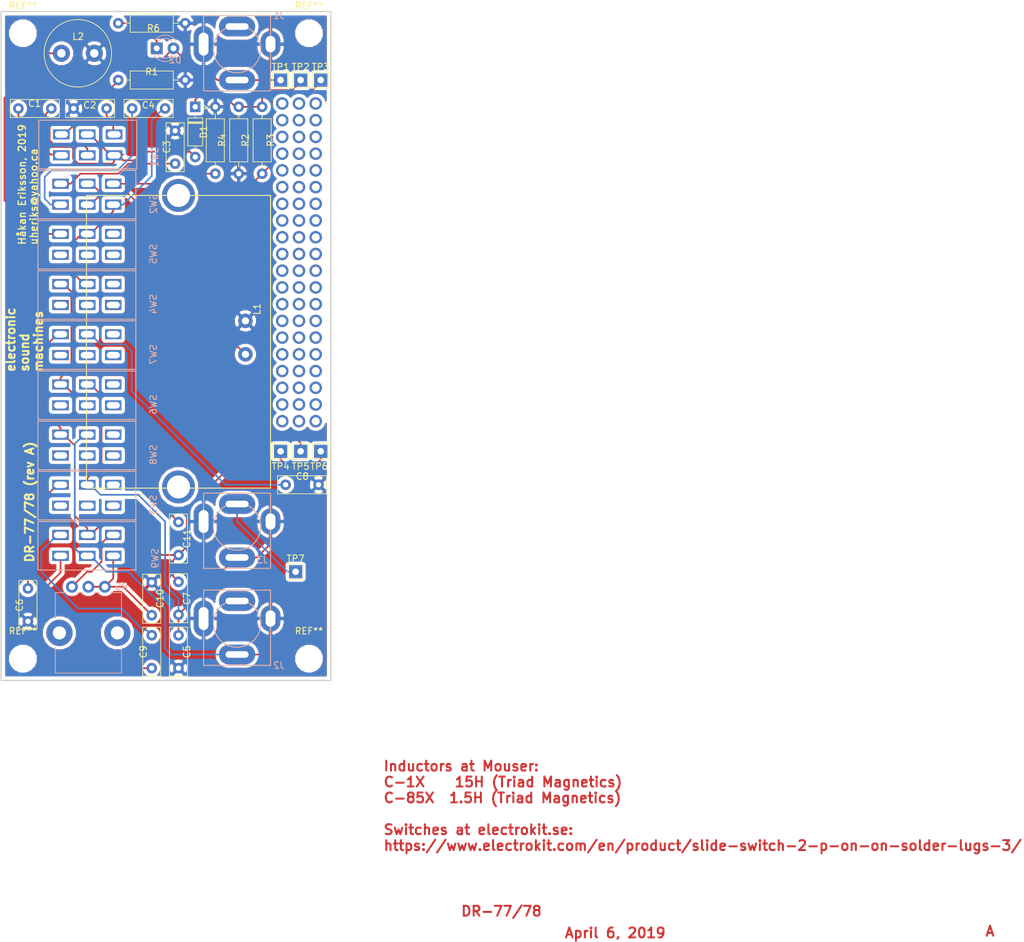
<source format=kicad_pcb>
(kicad_pcb (version 20171130) (host pcbnew "(5.0.0-3-g5ebb6b6)")
  (layers (0 F.Cu signal) (31 B.Cu signal) (34 B.Paste user) (35 F.Paste user) (36 B.SilkS user) (37 F.SilkS user) (38 B.Mask user) (39 F.Mask user) (44 Edge.Cuts user))
  (net 0 "")
  (net 1 "Net-(C1-Pad1)")
  (net 2 GND)
  (net 3 "Net-(C3-Pad1)")
  (net 4 "Net-(C10-Pad1)")
  (net 5 "Net-(D1-Pad1)")
  (net 6 "Net-(C1-Pad2)")
  (net 7 "Net-(C2-Pad1)")
  (net 8 "Net-(C11-Pad1)")
  (net 9 "Net-(C4-Pad2)")
  (net 10 "Net-(C6-Pad1)")
  (net 11 "Net-(C8-Pad1)")
  (net 12 "Net-(C9-Pad1)")
  (net 13 "Net-(C9-Pad2)")
  (net 14 "Net-(D2-Pad1)")
  (net 15 "Net-(J2-Pad3)")
  (net 16 "Net-(L1-Pad1)")
  (net 17 "Net-(L2-Pad1)")
  (net 18 "Net-(R1-Pad1)")
  (net 19 "Net-(R3-Pad1)")
  (net 20 "Net-(R4-Pad1)")
  (net 21 "Net-(C4-Pad1)")
  (net 22 "Net-(C11-Pad2)")
  (net 23 "Net-(D2-Pad2)")
  (net 24 "Net-(J3-Pad2)")
  (net 25 "Net-(R5-Pad3)")
  (module Resistor_THT:R_Axial_DIN0207_L6.3mm_D2.5mm_P10.16mm_Horizontal (layer F.Cu) (at 139.7 54.864)
    (fp_text reference R6 (at 5.334 0.762) (layer F.SilkS))
    (fp_text value " ")
    (pad 1 thru_hole circle (at 0 0) (size 1.6 1.6) (drill 0.8) (layers *.Cu *.Mask) (net 14 "Net-(D2-Pad1)"))
    (pad 2 thru_hole oval (at 10.16 0) (size 1.6 1.6) (drill 0.8) (layers *.Cu *.Mask) (net 2 GND))
  )
  (module LED_THT:LED_D3.0mm (layer B.Cu) (at 145.542 58.674)
    (fp_text reference D2 (at 2.794 1.778) (layer B.SilkS) (effects (justify mirror)))
    (fp_text value LED_ALT)
    (pad 1 thru_hole rect (at 0 0) (size 1.8 1.8) (drill 0.9) (layers *.Cu *.Mask) (net 14 "Net-(D2-Pad1)"))
    (pad 2 thru_hole circle (at 2.54 0) (size 1.8 1.8) (drill 0.9) (layers *.Cu *.Mask) (net 23 "Net-(D2-Pad2)"))
  )
  (module kicadlib:mod_area_10x03 (layer F.Cu) (at 164.592 92.456)
    (fp_text reference REF** hide)
    (fp_text value "")
    (pad 1 thru_hole circle (at 5.08 22.86) (size 1.9 1.9) (drill 1.2) (layers *.Cu *.Mask))
    (pad 1 thru_hole circle (at 5.08 20.32) (size 1.9 1.9) (drill 1.2) (layers *.Cu *.Mask))
    (pad 1 thru_hole circle (at 5.08 17.78) (size 1.9 1.9) (drill 1.2) (layers *.Cu *.Mask))
    (pad 1 thru_hole circle (at 5.08 15.24) (size 1.9 1.9) (drill 1.2) (layers *.Cu *.Mask))
    (pad 1 thru_hole circle (at 5.08 12.7) (size 1.9 1.9) (drill 1.2) (layers *.Cu *.Mask))
    (pad 1 thru_hole circle (at 5.08 10.16) (size 1.9 1.9) (drill 1.2) (layers *.Cu *.Mask))
    (pad 1 thru_hole circle (at 5.08 7.62) (size 1.9 1.9) (drill 1.2) (layers *.Cu *.Mask))
    (pad 1 thru_hole circle (at 5.08 5.08) (size 1.9 1.9) (drill 1.2) (layers *.Cu *.Mask))
    (pad 1 thru_hole circle (at 5.08 2.54) (size 1.9 1.9) (drill 1.2) (layers *.Cu *.Mask))
    (pad 1 thru_hole circle (at 5.08 0) (size 1.9 1.9) (drill 1.2) (layers *.Cu *.Mask))
    (pad 1 thru_hole circle (at 2.54 0) (size 1.9 1.9) (drill 1.2) (layers *.Cu *.Mask))
    (pad 1 thru_hole circle (at 2.54 2.54) (size 1.9 1.9) (drill 1.2) (layers *.Cu *.Mask))
    (pad 1 thru_hole circle (at 2.54 5.08) (size 1.9 1.9) (drill 1.2) (layers *.Cu *.Mask))
    (pad 1 thru_hole circle (at 2.54 7.62) (size 1.9 1.9) (drill 1.2) (layers *.Cu *.Mask))
    (pad 1 thru_hole circle (at 2.54 10.16) (size 1.9 1.9) (drill 1.2) (layers *.Cu *.Mask))
    (pad 1 thru_hole circle (at 2.54 12.7) (size 1.9 1.9) (drill 1.2) (layers *.Cu *.Mask))
    (pad 1 thru_hole circle (at 2.54 15.24) (size 1.9 1.9) (drill 1.2) (layers *.Cu *.Mask))
    (pad 1 thru_hole circle (at 2.54 17.78) (size 1.9 1.9) (drill 1.2) (layers *.Cu *.Mask))
    (pad 1 thru_hole circle (at 2.54 20.32) (size 1.9 1.9) (drill 1.2) (layers *.Cu *.Mask))
    (pad 1 thru_hole circle (at 2.54 22.86) (size 1.9 1.9) (drill 1.2) (layers *.Cu *.Mask))
    (pad 1 thru_hole circle (at 0 22.86) (size 1.9 1.9) (drill 1.2) (layers *.Cu *.Mask))
    (pad 1 thru_hole circle (at 0 20.32) (size 1.9 1.9) (drill 1.2) (layers *.Cu *.Mask))
    (pad 1 thru_hole circle (at 0 17.78) (size 1.9 1.9) (drill 1.2) (layers *.Cu *.Mask))
    (pad 1 thru_hole circle (at 0 15.24) (size 1.9 1.9) (drill 1.2) (layers *.Cu *.Mask))
    (pad 1 thru_hole circle (at 0 12.7) (size 1.9 1.9) (drill 1.2) (layers *.Cu *.Mask))
    (pad 1 thru_hole circle (at 0 10.16) (size 1.9 1.9) (drill 1.2) (layers *.Cu *.Mask))
    (pad 1 thru_hole circle (at 0 7.62) (size 1.9 1.9) (drill 1.2) (layers *.Cu *.Mask))
    (pad 1 thru_hole circle (at 0 5.08) (size 1.9 1.9) (drill 1.2) (layers *.Cu *.Mask))
    (pad 1 thru_hole circle (at 0 2.54) (size 1.9 1.9) (drill 1.2) (layers *.Cu *.Mask))
    (pad 1 thru_hole circle (at 0 0) (size 1.9 1.9) (drill 1.2) (layers *.Cu *.Mask))
  )
  (module MountingHole:MountingHole_3.2mm_M3 (layer F.Cu) (at 125.222 56.388)
    (fp_text reference REF** (at 0 -4.2) (layer F.SilkS))
    (fp_text value " ")
    (pad 1 np_thru_hole circle (at 0 0) (size 3.2 3.2) (drill 3.2) (layers *.Cu *.Mask))
  )
  (module MountingHole:MountingHole_3.2mm_M3 (layer F.Cu) (at 168.656 56.388)
    (fp_text reference REF** (at 0 -4.2) (layer F.SilkS))
    (fp_text value " ")
    (pad 1 np_thru_hole circle (at 0 0) (size 3.2 3.2) (drill 3.2) (layers *.Cu *.Mask))
  )
  (module MountingHole:MountingHole_3.2mm_M3 (layer F.Cu) (at 168.656 151.384)
    (fp_text reference REF** (at 0 -4.2) (layer F.SilkS))
    (fp_text value " ")
    (pad 1 np_thru_hole circle (at 0 0) (size 3.2 3.2) (drill 3.2) (layers *.Cu *.Mask))
  )
  (module Capacitor_THT:C_Rect_L7.2mm_W2.5mm_P5.00mm_FKS2_FKP2_MKS2_MKP2 (layer F.Cu) (at 148.336 76.2 90)
    (fp_text reference C3 (at 2.54 -1.27 90) (layer F.SilkS))
    (fp_text value " ")
    (pad 2 thru_hole circle (at 5 0 90) (size 1.6 1.6) (drill 0.8) (layers *.Cu *.Mask) (net 2 GND))
    (pad 1 thru_hole circle (at 0 0 90) (size 1.6 1.6) (drill 0.8) (layers *.Cu *.Mask) (net 3 "Net-(C3-Pad1)"))
  )
  (module Capacitor_THT:C_Rect_L7.2mm_W2.5mm_P5.00mm_FKS2_FKP2_MKS2_MKP2 (layer F.Cu) (at 129.54 67.818 180)
    (fp_text reference C1 (at 2.54 0.762 180) (layer F.SilkS))
    (fp_text value " ")
    (pad 2 thru_hole circle (at 5 0 180) (size 1.6 1.6) (drill 0.8) (layers *.Cu *.Mask) (net 6 "Net-(C1-Pad2)"))
    (pad 1 thru_hole circle (at 0 0 180) (size 1.6 1.6) (drill 0.8) (layers *.Cu *.Mask) (net 1 "Net-(C1-Pad1)"))
  )
  (module Capacitor_THT:C_Rect_L7.2mm_W2.5mm_P5.00mm_FKS2_FKP2_MKS2_MKP2 (layer F.Cu) (at 137.922 67.818 180)
    (fp_text reference C2 (at 2.54 0.508 180) (layer F.SilkS))
    (fp_text value " ")
    (pad 1 thru_hole circle (at 0 0 180) (size 1.6 1.6) (drill 0.8) (layers *.Cu *.Mask) (net 7 "Net-(C2-Pad1)"))
    (pad 2 thru_hole circle (at 5 0 180) (size 1.6 1.6) (drill 0.8) (layers *.Cu *.Mask) (net 2 GND))
  )
  (module Capacitor_THT:C_Rect_L7.2mm_W2.5mm_P5.00mm_FKS2_FKP2_MKS2_MKP2 (layer F.Cu) (at 146.812 67.818 180)
    (fp_text reference C4 (at 2.54 0.508 180) (layer F.SilkS))
    (fp_text value " ")
    (pad 1 thru_hole circle (at 0 0 180) (size 1.6 1.6) (drill 0.8) (layers *.Cu *.Mask) (net 21 "Net-(C4-Pad1)"))
    (pad 2 thru_hole circle (at 5 0 180) (size 1.6 1.6) (drill 0.8) (layers *.Cu *.Mask) (net 9 "Net-(C4-Pad2)"))
  )
  (module Capacitor_THT:C_Rect_L7.2mm_W2.5mm_P5.00mm_FKS2_FKP2_MKS2_MKP2 (layer F.Cu) (at 148.844 147.828 270)
    (fp_text reference C5 (at 2.5 -1.27 270) (layer F.SilkS))
    (fp_text value " ")
    (pad 2 thru_hole circle (at 5 0 270) (size 1.6 1.6) (drill 0.8) (layers *.Cu *.Mask) (net 2 GND))
    (pad 1 thru_hole circle (at 0 0 270) (size 1.6 1.6) (drill 0.8) (layers *.Cu *.Mask) (net 21 "Net-(C4-Pad1)"))
  )
  (module Capacitor_THT:C_Rect_L7.2mm_W2.5mm_P5.00mm_FKS2_FKP2_MKS2_MKP2 (layer F.Cu) (at 125.984 140.716 270)
    (fp_text reference C6 (at 2.54 1.27 270) (layer F.SilkS))
    (fp_text value " ")
    (pad 1 thru_hole circle (at 0 0 270) (size 1.6 1.6) (drill 0.8) (layers *.Cu *.Mask) (net 10 "Net-(C6-Pad1)"))
    (pad 2 thru_hole circle (at 5 0 270) (size 1.6 1.6) (drill 0.8) (layers *.Cu *.Mask) (net 2 GND))
  )
  (module Capacitor_THT:C_Rect_L7.2mm_W2.5mm_P5.00mm_FKS2_FKP2_MKS2_MKP2 (layer F.Cu) (at 148.844 139.7 270)
    (fp_text reference C7 (at 2.54 -1.27 270) (layer F.SilkS))
    (fp_text value " ")
    (pad 2 thru_hole circle (at 5 0 270) (size 1.6 1.6) (drill 0.8) (layers *.Cu *.Mask) (net 21 "Net-(C4-Pad1)"))
    (pad 1 thru_hole circle (at 0 0 270) (size 1.6 1.6) (drill 0.8) (layers *.Cu *.Mask) (net 8 "Net-(C11-Pad1)"))
  )
  (module Capacitor_THT:C_Rect_L7.2mm_W2.5mm_P5.00mm_FKS2_FKP2_MKS2_MKP2 (layer F.Cu) (at 165.1 124.968)
    (fp_text reference C8 (at 2.54 -1.27) (layer F.SilkS))
    (fp_text value " ")
    (pad 2 thru_hole circle (at 5 0) (size 1.6 1.6) (drill 0.8) (layers *.Cu *.Mask) (net 2 GND))
    (pad 1 thru_hole circle (at 0 0) (size 1.6 1.6) (drill 0.8) (layers *.Cu *.Mask) (net 11 "Net-(C8-Pad1)"))
  )
  (module Capacitor_THT:C_Rect_L7.2mm_W2.5mm_P5.00mm_FKS2_FKP2_MKS2_MKP2 (layer F.Cu) (at 144.78 147.828 270)
    (fp_text reference C9 (at 2.5 1.27 270) (layer F.SilkS))
    (fp_text value " ")
    (pad 1 thru_hole circle (at 0 0 270) (size 1.6 1.6) (drill 0.8) (layers *.Cu *.Mask) (net 12 "Net-(C9-Pad1)"))
    (pad 2 thru_hole circle (at 5 0 270) (size 1.6 1.6) (drill 0.8) (layers *.Cu *.Mask) (net 13 "Net-(C9-Pad2)"))
  )
  (module Capacitor_THT:C_Rect_L7.2mm_W2.5mm_P5.00mm_FKS2_FKP2_MKS2_MKP2 (layer F.Cu) (at 144.78 144.78 90)
    (fp_text reference C10 (at 2.54 1.27 90) (layer F.SilkS))
    (fp_text value " ")
    (pad 1 thru_hole circle (at 0 0 90) (size 1.6 1.6) (drill 0.8) (layers *.Cu *.Mask) (net 4 "Net-(C10-Pad1)"))
    (pad 2 thru_hole circle (at 5 0 90) (size 1.6 1.6) (drill 0.8) (layers *.Cu *.Mask) (net 2 GND))
  )
  (module Diode_THT:D_DO-35_SOD27_P7.62mm_Horizontal (layer F.Cu) (at 151.384 67.564 270)
    (fp_text reference D1 (at 3.81 -1.27 270) (layer F.SilkS))
    (fp_text value " ")
    (fp_text user K (at 0 -1.8 270) (layer F.SilkS))
    (pad 1 thru_hole rect (at 0 0 270) (size 1.6 1.6) (drill 0.8) (layers *.Cu *.Mask) (net 5 "Net-(D1-Pad1)"))
    (pad 2 thru_hole oval (at 7.62 0 270) (size 1.6 1.6) (drill 0.8) (layers *.Cu *.Mask) (net 1 "Net-(C1-Pad1)"))
  )
  (module kicadlib:CoilC-1X (layer F.Cu) (at 141.224 125.476 90)
    (fp_text reference L1 (at 27.178 19.558 90) (layer F.SilkS))
    (fp_text value " ")
    (pad "" thru_hole circle (at 44.45 7.62 90) (size 5 5) (drill 3.5) (layers *.Cu *.Mask))
    (pad "" thru_hole circle (at 0.1778 7.62 90) (size 5 5) (drill 3.5) (layers *.Cu *.Mask))
    (pad 1 thru_hole circle (at 20.32 17.78 90) (size 2.2 2.2) (drill 1.1) (layers *.Cu *.Mask) (net 16 "Net-(L1-Pad1)"))
    (pad 2 thru_hole circle (at 25.4 17.78 90) (size 2.2 2.2) (drill 1.1) (layers *.Cu *.Mask) (net 2 GND))
  )
  (module kicadlib:PJ301BM (layer B.Cu) (at 152.654 65.151)
    (fp_text reference J1 (at 11.43 -11.43) (layer B.SilkS) (effects (justify mirror)))
    (fp_text value TRIG_IN)
    (pad 1 thru_hole oval (at 0 -7.112) (size 3 5.5) (drill oval 1.5 3.5) (layers *.Cu *.Mask) (net 2 GND))
    (pad 1 thru_hole oval (at 10.16 -7.112) (size 3 4) (drill oval 1.5 2.5) (layers *.Cu *.Mask) (net 2 GND))
    (pad 2 thru_hole oval (at 5.08 -9.779) (size 5.5 3) (drill oval 3.5 1) (layers *.Cu *.Mask))
    (pad 3 thru_hole oval (at 5.08 -1.651) (size 5.5 3) (drill oval 3.5 1) (layers *.Cu *.Mask) (net 23 "Net-(D2-Pad2)"))
  )
  (module kicadlib:PJ301BM (layer B.Cu) (at 152.654 152.4)
    (fp_text reference J2 (at 11.43 0) (layer B.SilkS) (effects (justify mirror)))
    (fp_text value AUDIO_OUT)
    (pad 3 thru_hole oval (at 5.08 -1.651) (size 5.5 3) (drill oval 3.5 1) (layers *.Cu *.Mask) (net 15 "Net-(J2-Pad3)"))
    (pad 2 thru_hole oval (at 5.08 -9.779) (size 5.5 3) (drill oval 3.5 1) (layers *.Cu *.Mask))
    (pad 1 thru_hole oval (at 10.16 -7.112) (size 3 4) (drill oval 1.5 2.5) (layers *.Cu *.Mask) (net 2 GND))
    (pad 1 thru_hole oval (at 0 -7.112) (size 3 5.5) (drill oval 1.5 3.5) (layers *.Cu *.Mask) (net 2 GND))
  )
  (module Resistor_THT:R_Axial_DIN0207_L6.3mm_D2.5mm_P10.16mm_Horizontal (layer F.Cu) (at 139.7 63.5)
    (fp_text reference R1 (at 5.08 -1.27) (layer F.SilkS))
    (fp_text value " ")
    (pad 1 thru_hole circle (at 0 0) (size 1.6 1.6) (drill 0.8) (layers *.Cu *.Mask) (net 18 "Net-(R1-Pad1)"))
    (pad 2 thru_hole oval (at 10.16 0) (size 1.6 1.6) (drill 0.8) (layers *.Cu *.Mask) (net 2 GND))
  )
  (module Resistor_THT:R_Axial_DIN0207_L6.3mm_D2.5mm_P10.16mm_Horizontal (layer F.Cu) (at 157.988 67.564 270)
    (fp_text reference R2 (at 5.08 -1.016 270) (layer F.SilkS))
    (fp_text value " ")
    (pad 2 thru_hole oval (at 10.16 0 270) (size 1.6 1.6) (drill 0.8) (layers *.Cu *.Mask) (net 2 GND))
    (pad 1 thru_hole circle (at 0 0 270) (size 1.6 1.6) (drill 0.8) (layers *.Cu *.Mask) (net 5 "Net-(D1-Pad1)"))
  )
  (module Resistor_THT:R_Axial_DIN0207_L6.3mm_D2.5mm_P10.16mm_Horizontal (layer F.Cu) (at 161.544 77.724 90)
    (fp_text reference R3 (at 5.08 1.27 90) (layer F.SilkS))
    (fp_text value " ")
    (pad 1 thru_hole circle (at 0 0 90) (size 1.6 1.6) (drill 0.8) (layers *.Cu *.Mask) (net 19 "Net-(R3-Pad1)"))
    (pad 2 thru_hole oval (at 10.16 0 90) (size 1.6 1.6) (drill 0.8) (layers *.Cu *.Mask) (net 5 "Net-(D1-Pad1)"))
  )
  (module Resistor_THT:R_Axial_DIN0207_L6.3mm_D2.5mm_P10.16mm_Horizontal (layer F.Cu) (at 154.432 77.724 90)
    (fp_text reference R4 (at 5.08 1.016 90) (layer F.SilkS))
    (fp_text value " ")
    (pad 2 thru_hole oval (at 10.16 0 90) (size 1.6 1.6) (drill 0.8) (layers *.Cu *.Mask) (net 2 GND))
    (pad 1 thru_hole circle (at 0 0 90) (size 1.6 1.6) (drill 0.8) (layers *.Cu *.Mask) (net 20 "Net-(R4-Pad1)"))
  )
  (module Inductor_THT:L_Radial_D10.0mm_P5.00mm_Fastron_07P (layer F.Cu) (at 131.064 59.436)
    (fp_text reference L2 (at 2.54 -2.54) (layer F.SilkS))
    (fp_text value " ")
    (pad 1 thru_hole circle (at 0 0) (size 2.6 2.6) (drill 1.3) (layers *.Cu *.Mask) (net 17 "Net-(L2-Pad1)"))
    (pad 2 thru_hole circle (at 5 0) (size 2.6 2.6) (drill 1.3) (layers *.Cu *.Mask) (net 2 GND))
  )
  (module Capacitor_THT:C_Rect_L7.2mm_W2.5mm_P5.00mm_FKS2_FKP2_MKS2_MKP2 (layer F.Cu) (at 148.844 135.636 90)
    (fp_text reference C11 (at 2.5 1.27 90) (layer F.SilkS))
    (fp_text value " ")
    (pad 1 thru_hole circle (at 0 0 90) (size 1.6 1.6) (drill 0.8) (layers *.Cu *.Mask) (net 8 "Net-(C11-Pad1)"))
    (pad 2 thru_hole circle (at 5 0 90) (size 1.6 1.6) (drill 0.8) (layers *.Cu *.Mask) (net 22 "Net-(C11-Pad2)"))
  )
  (module kicadlib:PJ301BM (layer B.Cu) (at 152.654 137.668)
    (fp_text reference J3 (at 8.89 -1.27) (layer B.SilkS) (effects (justify mirror)))
    (fp_text value EXT_COIL)
    (pad 1 thru_hole oval (at 0 -7.112) (size 3 5.5) (drill oval 1.5 3.5) (layers *.Cu *.Mask) (net 2 GND))
    (pad 1 thru_hole oval (at 10.16 -7.112) (size 3 4) (drill oval 1.5 2.5) (layers *.Cu *.Mask) (net 2 GND))
    (pad 2 thru_hole oval (at 5.08 -9.779) (size 5.5 3) (drill oval 3.5 1) (layers *.Cu *.Mask) (net 24 "Net-(J3-Pad2)"))
    (pad 3 thru_hole oval (at 5.08 -1.651) (size 5.5 3) (drill oval 3.5 1) (layers *.Cu *.Mask) (net 21 "Net-(C4-Pad1)"))
  )
  (module kicadlib:DPDT_PUSH_SW (layer B.Cu) (at 123.444 77.216 270)
    (fp_text reference SW2 (at 5.08 -21.59 270) (layer B.SilkS) (effects (justify mirror)))
    (fp_text value RS/C)
    (pad 5 thru_hole rect (at 5.207 -11.557 270) (size 1.524 2.5) (drill oval 1 2) (layers *.Cu *.Mask) (net 19 "Net-(R3-Pad1)"))
    (pad 4 thru_hole rect (at 5.207 -7.493 270) (size 1.524 2.5) (drill oval 1 2) (layers *.Cu *.Mask) (net 9 "Net-(C4-Pad2)"))
    (pad 6 thru_hole rect (at 5.207 -15.494 270) (size 1.524 2.5) (drill oval 1 2) (layers *.Cu *.Mask) (net 21 "Net-(C4-Pad1)"))
    (pad 1 thru_hole rect (at 2.032 -7.493 270) (size 1.524 2.5) (drill oval 1 2) (layers *.Cu *.Mask) (net 3 "Net-(C3-Pad1)"))
    (pad 3 thru_hole rect (at 2.032 -15.494 270) (size 1.524 2.5) (drill oval 1 2) (layers *.Cu *.Mask) (net 20 "Net-(R4-Pad1)"))
    (pad 2 thru_hole rect (at 2.032 -11.557 270) (size 1.524 2.5) (drill oval 1 2) (layers *.Cu *.Mask) (net 19 "Net-(R3-Pad1)"))
  )
  (module kicadlib:DPDT_AS_SPST_PUSH_SW (layer B.Cu) (at 123.444 122.936 270)
    (fp_text reference SW3 (at 5.08 -21.59 270) (layer B.SilkS) (effects (justify mirror)))
    (fp_text value C6_SEL)
    (pad "" thru_hole rect (at 5.207 -11.557 270) (size 1.524 2.5) (drill oval 1 2) (layers *.Cu *.Mask))
    (pad "" thru_hole rect (at 5.207 -7.493 270) (size 1.524 2.5) (drill oval 1 2) (layers *.Cu *.Mask))
    (pad "" thru_hole rect (at 5.207 -15.494 270) (size 1.524 2.5) (drill oval 1 2) (layers *.Cu *.Mask))
    (pad 1 thru_hole rect (at 2.032 -7.493 270) (size 1.524 2.5) (drill oval 1 2) (layers *.Cu *.Mask) (net 10 "Net-(C6-Pad1)"))
    (pad "" thru_hole rect (at 2.032 -15.494 270) (size 1.524 2.5) (drill oval 1 2) (layers *.Cu *.Mask))
    (pad 2 thru_hole rect (at 2.032 -11.557 270) (size 1.524 2.5) (drill oval 1 2) (layers *.Cu *.Mask) (net 21 "Net-(C4-Pad1)"))
  )
  (module kicadlib:DPDT_AS_SPST_PUSH_SW (layer B.Cu) (at 123.444 92.456 270)
    (fp_text reference SW4 (at 5.08 -21.59 270) (layer B.SilkS) (effects (justify mirror)))
    (fp_text value COIL_1)
    (pad 2 thru_hole rect (at 2.032 -11.557 270) (size 1.524 2.5) (drill oval 1 2) (layers *.Cu *.Mask) (net 21 "Net-(C4-Pad1)"))
    (pad "" thru_hole rect (at 2.032 -15.494 270) (size 1.524 2.5) (drill oval 1 2) (layers *.Cu *.Mask))
    (pad 1 thru_hole rect (at 2.032 -7.493 270) (size 1.524 2.5) (drill oval 1 2) (layers *.Cu *.Mask) (net 16 "Net-(L1-Pad1)"))
    (pad "" thru_hole rect (at 5.207 -15.494 270) (size 1.524 2.5) (drill oval 1 2) (layers *.Cu *.Mask))
    (pad "" thru_hole rect (at 5.207 -7.493 270) (size 1.524 2.5) (drill oval 1 2) (layers *.Cu *.Mask))
    (pad "" thru_hole rect (at 5.207 -11.557 270) (size 1.524 2.5) (drill oval 1 2) (layers *.Cu *.Mask))
  )
  (module kicadlib:DPDT_AS_SPST_PUSH_SW (layer B.Cu) (at 123.444 84.836 270)
    (fp_text reference SW5 (at 5.08 -21.59 270) (layer B.SilkS) (effects (justify mirror)))
    (fp_text value COIL_2)
    (pad "" thru_hole rect (at 5.207 -11.557 270) (size 1.524 2.5) (drill oval 1 2) (layers *.Cu *.Mask))
    (pad "" thru_hole rect (at 5.207 -7.493 270) (size 1.524 2.5) (drill oval 1 2) (layers *.Cu *.Mask))
    (pad "" thru_hole rect (at 5.207 -15.494 270) (size 1.524 2.5) (drill oval 1 2) (layers *.Cu *.Mask))
    (pad 1 thru_hole rect (at 2.032 -7.493 270) (size 1.524 2.5) (drill oval 1 2) (layers *.Cu *.Mask) (net 17 "Net-(L2-Pad1)"))
    (pad "" thru_hole rect (at 2.032 -15.494 270) (size 1.524 2.5) (drill oval 1 2) (layers *.Cu *.Mask))
    (pad 2 thru_hole rect (at 2.032 -11.557 270) (size 1.524 2.5) (drill oval 1 2) (layers *.Cu *.Mask) (net 21 "Net-(C4-Pad1)"))
  )
  (module kicadlib:DPDT_AS_SPST_PUSH_SW (layer B.Cu) (at 123.444 107.696 270)
    (fp_text reference SW6 (at 5.08 -21.59 270) (layer B.SilkS) (effects (justify mirror)))
    (fp_text value C11_SEL)
    (pad 2 thru_hole rect (at 2.032 -11.557 270) (size 1.524 2.5) (drill oval 1 2) (layers *.Cu *.Mask) (net 22 "Net-(C11-Pad2)"))
    (pad "" thru_hole rect (at 2.032 -15.494 270) (size 1.524 2.5) (drill oval 1 2) (layers *.Cu *.Mask))
    (pad 1 thru_hole rect (at 2.032 -7.493 270) (size 1.524 2.5) (drill oval 1 2) (layers *.Cu *.Mask) (net 21 "Net-(C4-Pad1)"))
    (pad "" thru_hole rect (at 5.207 -15.494 270) (size 1.524 2.5) (drill oval 1 2) (layers *.Cu *.Mask))
    (pad "" thru_hole rect (at 5.207 -7.493 270) (size 1.524 2.5) (drill oval 1 2) (layers *.Cu *.Mask))
    (pad "" thru_hole rect (at 5.207 -11.557 270) (size 1.524 2.5) (drill oval 1 2) (layers *.Cu *.Mask))
  )
  (module kicadlib:DPDT_AS_SPST_PUSH_SW (layer B.Cu) (at 123.444 100.076 270)
    (fp_text reference SW7 (at 5.08 -21.59 270) (layer B.SilkS) (effects (justify mirror)))
    (fp_text value C8_SEL)
    (pad "" thru_hole rect (at 5.207 -11.557 270) (size 1.524 2.5) (drill oval 1 2) (layers *.Cu *.Mask))
    (pad "" thru_hole rect (at 5.207 -7.493 270) (size 1.524 2.5) (drill oval 1 2) (layers *.Cu *.Mask))
    (pad "" thru_hole rect (at 5.207 -15.494 270) (size 1.524 2.5) (drill oval 1 2) (layers *.Cu *.Mask))
    (pad 1 thru_hole rect (at 2.032 -7.493 270) (size 1.524 2.5) (drill oval 1 2) (layers *.Cu *.Mask) (net 8 "Net-(C11-Pad1)"))
    (pad "" thru_hole rect (at 2.032 -15.494 270) (size 1.524 2.5) (drill oval 1 2) (layers *.Cu *.Mask))
    (pad 2 thru_hole rect (at 2.032 -11.557 270) (size 1.524 2.5) (drill oval 1 2) (layers *.Cu *.Mask) (net 11 "Net-(C8-Pad1)"))
  )
  (module kicadlib:DPDT_AS_SPST_PUSH_SW (layer B.Cu) (at 123.444 115.316 270)
    (fp_text reference SW8 (at 5.08 -21.59 270) (layer B.SilkS) (effects (justify mirror)))
    (fp_text value STR_OUT)
    (pad 2 thru_hole rect (at 2.032 -11.557 270) (size 1.524 2.5) (drill oval 1 2) (layers *.Cu *.Mask) (net 15 "Net-(J2-Pad3)"))
    (pad "" thru_hole rect (at 2.032 -15.494 270) (size 1.524 2.5) (drill oval 1 2) (layers *.Cu *.Mask))
    (pad 1 thru_hole rect (at 2.032 -7.493 270) (size 1.524 2.5) (drill oval 1 2) (layers *.Cu *.Mask) (net 8 "Net-(C11-Pad1)"))
    (pad "" thru_hole rect (at 5.207 -15.494 270) (size 1.524 2.5) (drill oval 1 2) (layers *.Cu *.Mask))
    (pad "" thru_hole rect (at 5.207 -7.493 270) (size 1.524 2.5) (drill oval 1 2) (layers *.Cu *.Mask))
    (pad "" thru_hole rect (at 5.207 -11.557 270) (size 1.524 2.5) (drill oval 1 2) (layers *.Cu *.Mask))
  )
  (module TestPoint:TestPoint_THTPad_2.0x2.0mm_Drill1.0mm (layer F.Cu) (at 164.338 63.5)
    (fp_text reference TP1 (at 0 -1.998) (layer F.SilkS))
    (fp_text value " ")
    (pad 1 thru_hole rect (at 0 0) (size 2 2) (drill 1) (layers *.Cu *.Mask) (net 23 "Net-(D2-Pad2)"))
  )
  (module TestPoint:TestPoint_THTPad_2.0x2.0mm_Drill1.0mm (layer F.Cu) (at 167.386 63.5)
    (fp_text reference TP2 (at 0 -1.998) (layer F.SilkS))
    (fp_text value " ")
    (pad 1 thru_hole rect (at 0 0) (size 2 2) (drill 1) (layers *.Cu *.Mask) (net 5 "Net-(D1-Pad1)"))
  )
  (module TestPoint:TestPoint_THTPad_2.0x2.0mm_Drill1.0mm (layer F.Cu) (at 170.434 63.5)
    (fp_text reference TP3 (at 0 -1.998) (layer F.SilkS))
    (fp_text value " ")
    (pad 1 thru_hole rect (at 0 0) (size 2 2) (drill 1) (layers *.Cu *.Mask) (net 19 "Net-(R3-Pad1)"))
  )
  (module TestPoint:TestPoint_THTPad_2.0x2.0mm_Drill1.0mm (layer F.Cu) (at 164.338 119.888)
    (fp_text reference TP4 (at 0 2.286) (layer F.SilkS))
    (fp_text value " ")
    (pad 1 thru_hole rect (at 0 0) (size 2 2) (drill 1) (layers *.Cu *.Mask) (net 21 "Net-(C4-Pad1)"))
  )
  (module Potentiometer_THT:Potentiometer_Alps_RK09K_Single_Vertical (layer B.Cu) (at 137.668 140.462 270)
    (fp_text reference R5 (at 0 -2.54) (layer B.SilkS) (effects (justify mirror)))
    (fp_text value CUTOFF)
    (pad 3 thru_hole circle (at 0 5 270) (size 1.8 1.8) (drill 1) (layers *.Cu *.Mask) (net 25 "Net-(R5-Pad3)"))
    (pad 2 thru_hole circle (at 0 2.5 270) (size 1.8 1.8) (drill 1) (layers *.Cu *.Mask) (net 4 "Net-(C10-Pad1)"))
    (pad 1 thru_hole circle (at 0 0 270) (size 1.8 1.8) (drill 1) (layers *.Cu *.Mask) (net 4 "Net-(C10-Pad1)"))
    (pad "" np_thru_hole circle (at 7 6.9 270) (size 4 4) (drill 2) (layers *.Cu *.Mask))
    (pad "" np_thru_hole circle (at 7 -1.9 270) (size 4 4) (drill 2) (layers *.Cu *.Mask))
  )
  (module kicadlib:DPDT_PUSH_SW (layer B.Cu) (at 146.558 76.962 90)
    (fp_text reference SW1 (at 1.778 -1.27 90) (layer B.SilkS) (effects (justify mirror)))
    (fp_text value LPF/HPF_IN)
    (pad 2 thru_hole rect (at 2.032 -11.557 90) (size 1.524 2.5) (drill oval 1 2) (layers *.Cu *.Mask) (net 23 "Net-(D2-Pad2)"))
    (pad 3 thru_hole rect (at 2.032 -15.494 90) (size 1.524 2.5) (drill oval 1 2) (layers *.Cu *.Mask) (net 6 "Net-(C1-Pad2)"))
    (pad 1 thru_hole rect (at 2.032 -7.493 90) (size 1.524 2.5) (drill oval 1 2) (layers *.Cu *.Mask) (net 1 "Net-(C1-Pad1)"))
    (pad 6 thru_hole rect (at 5.207 -15.494 90) (size 1.524 2.5) (drill oval 1 2) (layers *.Cu *.Mask) (net 18 "Net-(R1-Pad1)"))
    (pad 4 thru_hole rect (at 5.207 -7.493 90) (size 1.524 2.5) (drill oval 1 2) (layers *.Cu *.Mask) (net 7 "Net-(C2-Pad1)"))
    (pad 5 thru_hole rect (at 5.207 -11.557 90) (size 1.524 2.5) (drill oval 1 2) (layers *.Cu *.Mask) (net 1 "Net-(C1-Pad1)"))
  )
  (module kicadlib:DPDT_PUSH_SW (layer B.Cu) (at 123.444 130.556 270)
    (fp_text reference SW9 (at 5.588 -21.844 270) (layer B.SilkS) (effects (justify mirror)))
    (fp_text value LPF/HPF_OUT)
    (pad 2 thru_hole rect (at 2.032 -11.557 270) (size 1.524 2.5) (drill oval 1 2) (layers *.Cu *.Mask) (net 8 "Net-(C11-Pad1)"))
    (pad 3 thru_hole rect (at 2.032 -15.494 270) (size 1.524 2.5) (drill oval 1 2) (layers *.Cu *.Mask) (net 25 "Net-(R5-Pad3)"))
    (pad 1 thru_hole rect (at 2.032 -7.493 270) (size 1.524 2.5) (drill oval 1 2) (layers *.Cu *.Mask) (net 12 "Net-(C9-Pad1)"))
    (pad 6 thru_hole rect (at 5.207 -15.494 270) (size 1.524 2.5) (drill oval 1 2) (layers *.Cu *.Mask) (net 4 "Net-(C10-Pad1)"))
    (pad 4 thru_hole rect (at 5.207 -7.493 270) (size 1.524 2.5) (drill oval 1 2) (layers *.Cu *.Mask) (net 13 "Net-(C9-Pad2)"))
    (pad 5 thru_hole rect (at 5.207 -11.557 270) (size 1.524 2.5) (drill oval 1 2) (layers *.Cu *.Mask) (net 15 "Net-(J2-Pad3)"))
  )
  (module TestPoint:TestPoint_THTPad_2.0x2.0mm_Drill1.0mm (layer F.Cu) (at 167.386 119.888)
    (fp_text reference TP5 (at 0 2.286) (layer F.SilkS))
    (fp_text value " ")
    (pad 1 thru_hole rect (at 0 0) (size 2 2) (drill 1) (layers *.Cu *.Mask) (net 8 "Net-(C11-Pad1)"))
  )
  (module TestPoint:TestPoint_THTPad_2.0x2.0mm_Drill1.0mm (layer F.Cu) (at 170.434 119.888)
    (fp_text reference TP6 (at -0.254 2.286) (layer F.SilkS))
    (fp_text value " ")
    (pad 1 thru_hole rect (at 0 0) (size 2 2) (drill 1) (layers *.Cu *.Mask) (net 15 "Net-(J2-Pad3)"))
  )
  (module kicadlib:mod_area_10x03 (layer F.Cu) (at 164.592 67.056)
    (fp_text reference REF** hide)
    (fp_text value "")
    (pad 1 thru_hole circle (at 0 0) (size 1.9 1.9) (drill 1.2) (layers *.Cu *.Mask))
    (pad 1 thru_hole circle (at 0 2.54) (size 1.9 1.9) (drill 1.2) (layers *.Cu *.Mask))
    (pad 1 thru_hole circle (at 0 5.08) (size 1.9 1.9) (drill 1.2) (layers *.Cu *.Mask))
    (pad 1 thru_hole circle (at 0 7.62) (size 1.9 1.9) (drill 1.2) (layers *.Cu *.Mask))
    (pad 1 thru_hole circle (at 0 10.16) (size 1.9 1.9) (drill 1.2) (layers *.Cu *.Mask))
    (pad 1 thru_hole circle (at 0 12.7) (size 1.9 1.9) (drill 1.2) (layers *.Cu *.Mask))
    (pad 1 thru_hole circle (at 0 15.24) (size 1.9 1.9) (drill 1.2) (layers *.Cu *.Mask))
    (pad 1 thru_hole circle (at 0 17.78) (size 1.9 1.9) (drill 1.2) (layers *.Cu *.Mask))
    (pad 1 thru_hole circle (at 0 20.32) (size 1.9 1.9) (drill 1.2) (layers *.Cu *.Mask))
    (pad 1 thru_hole circle (at 0 22.86) (size 1.9 1.9) (drill 1.2) (layers *.Cu *.Mask))
    (pad 1 thru_hole circle (at 2.54 22.86) (size 1.9 1.9) (drill 1.2) (layers *.Cu *.Mask))
    (pad 1 thru_hole circle (at 2.54 20.32) (size 1.9 1.9) (drill 1.2) (layers *.Cu *.Mask))
    (pad 1 thru_hole circle (at 2.54 17.78) (size 1.9 1.9) (drill 1.2) (layers *.Cu *.Mask))
    (pad 1 thru_hole circle (at 2.54 15.24) (size 1.9 1.9) (drill 1.2) (layers *.Cu *.Mask))
    (pad 1 thru_hole circle (at 2.54 12.7) (size 1.9 1.9) (drill 1.2) (layers *.Cu *.Mask))
    (pad 1 thru_hole circle (at 2.54 10.16) (size 1.9 1.9) (drill 1.2) (layers *.Cu *.Mask))
    (pad 1 thru_hole circle (at 2.54 7.62) (size 1.9 1.9) (drill 1.2) (layers *.Cu *.Mask))
    (pad 1 thru_hole circle (at 2.54 5.08) (size 1.9 1.9) (drill 1.2) (layers *.Cu *.Mask))
    (pad 1 thru_hole circle (at 2.54 2.54) (size 1.9 1.9) (drill 1.2) (layers *.Cu *.Mask))
    (pad 1 thru_hole circle (at 2.54 0) (size 1.9 1.9) (drill 1.2) (layers *.Cu *.Mask))
    (pad 1 thru_hole circle (at 5.08 0) (size 1.9 1.9) (drill 1.2) (layers *.Cu *.Mask))
    (pad 1 thru_hole circle (at 5.08 2.54) (size 1.9 1.9) (drill 1.2) (layers *.Cu *.Mask))
    (pad 1 thru_hole circle (at 5.08 5.08) (size 1.9 1.9) (drill 1.2) (layers *.Cu *.Mask))
    (pad 1 thru_hole circle (at 5.08 7.62) (size 1.9 1.9) (drill 1.2) (layers *.Cu *.Mask))
    (pad 1 thru_hole circle (at 5.08 10.16) (size 1.9 1.9) (drill 1.2) (layers *.Cu *.Mask))
    (pad 1 thru_hole circle (at 5.08 12.7) (size 1.9 1.9) (drill 1.2) (layers *.Cu *.Mask))
    (pad 1 thru_hole circle (at 5.08 15.24) (size 1.9 1.9) (drill 1.2) (layers *.Cu *.Mask))
    (pad 1 thru_hole circle (at 5.08 17.78) (size 1.9 1.9) (drill 1.2) (layers *.Cu *.Mask))
    (pad 1 thru_hole circle (at 5.08 20.32) (size 1.9 1.9) (drill 1.2) (layers *.Cu *.Mask))
    (pad 1 thru_hole circle (at 5.08 22.86) (size 1.9 1.9) (drill 1.2) (layers *.Cu *.Mask))
  )
  (module MountingHole:MountingHole_3.2mm_M3 (layer F.Cu) (at 125.222 151.384)
    (fp_text reference REF** (at 0 -4.2) (layer F.SilkS))
    (fp_text value " ")
    (pad 1 np_thru_hole circle (at 0 0) (size 3.2 3.2) (drill 3.2) (layers *.Cu *.Mask))
  )
  (module TestPoint:TestPoint_THTPad_2.0x2.0mm_Drill1.0mm (layer F.Cu) (at 166.624 138.176)
    (fp_text reference TP7 (at 0 -1.998) (layer F.SilkS))
    (fp_text value DEFAULT_EXT_COIL)
    (pad 1 thru_hole rect (at 0 0) (size 2 2) (drill 1) (layers *.Cu *.Mask) (net 24 "Net-(J3-Pad2)"))
  )
  (module kicadlib:esm_logo_26x13mm (layer F.Cu) (at 158.75 112.776 90)
    (fp_text reference G*** hide)
    (fp_text value LOGO hide)
  )
  (gr_text "Inductors at Mouser: \nC-1X    15H (Triad Magnetics)\nC-85X  1.5H (Triad Magnetics)\n\nSwitches at electrokit.se:\nhttps://www.electrokit.com/en/product/slide-switch-2-p-on-on-solder-lugs-3/" (at 179.832 173.736) (layer F.Cu) (effects (font (size 1.5 1.5) (thickness 0.3)) (justify left)))
  (gr_text "Håkan Eriksson, 2019\nuheriks@yahoo.ca" (at 125.984 88.646 90) (layer F.SilkS) (effects (font (size 1.1 1.1) (thickness 0.2)) (justify left)))
  (gr_text "DR-77/78 (rev A)" (at 126.238 136.906 90) (layer F.SilkS) (effects (font (size 1.3 1.3) (thickness 0.3)) (justify left)))
  (gr_text "electronic\nsound\nmachines" (at 125.476 107.95 90) (layer F.SilkS) (effects (font (size 1.3 1.3) (thickness 0.3)) (justify left)))
  (gr_text "April 6, 2019" (at 215.138 193.04) (layer F.Cu) (effects (font (size 1.5 1.5) (thickness 0.3))))
  (gr_text A (at 272.034 192.786) (layer F.Cu) (effects (font (size 1.5 1.5) (thickness 0.3))))
  (gr_text "DR-77/78\n" (at 197.866 189.738) (layer F.Cu) (effects (font (size 1.5 1.5) (thickness 0.3))))
  (gr_line (start 121.92 53.086) (end 121.92 154.686) (layer Edge.Cuts) (width 0.2))
  (gr_line (start 171.958 53.086) (end 121.92 53.086) (layer Edge.Cuts) (width 0.2))
  (gr_line (start 171.958 154.686) (end 171.958 53.086) (layer Edge.Cuts) (width 0.2))
  (gr_line (start 121.92 154.686) (end 171.958 154.686) (layer Edge.Cuts) (width 0.2))
  (segment (start 138.938 74.803) (end 140.438 74.803) (width 0.25) (layer F.Cu) (net 1))
  (segment (start 150.584001 74.384001) (end 151.384 75.184) (width 0.25) (layer F.Cu) (net 1))
  (segment (start 144.055999 74.384001) (end 150.584001 74.384001) (width 0.25) (layer F.Cu) (net 1))
  (segment (start 142.748 75.692) (end 144.055999 74.384001) (width 0.25) (layer F.Cu) (net 1))
  (segment (start 140.462 75.692) (end 142.748 75.692) (width 0.25) (layer F.Cu) (net 1))
  (segment (start 139.7 74.93) (end 140.462 75.692) (width 0.25) (layer F.Cu) (net 1))
  (segment (start 139.065 74.93) (end 139.7 74.93) (width 0.25) (layer F.Cu) (net 1))
  (segment (start 135.402 71.755) (end 135.001 71.755) (width 0.25) (layer F.Cu) (net 1))
  (segment (start 138.577 74.93) (end 135.402 71.755) (width 0.25) (layer F.Cu) (net 1))
  (segment (start 139.065 74.93) (end 138.577 74.93) (width 0.25) (layer F.Cu) (net 1))
  (segment (start 128.740001 68.617999) (end 129.54 67.818) (width 0.25) (layer F.Cu) (net 1))
  (segment (start 128.740001 72.860001) (end 128.740001 68.617999) (width 0.25) (layer F.Cu) (net 1))
  (segment (start 129.54 73.66) (end 128.740001 72.860001) (width 0.25) (layer F.Cu) (net 1))
  (segment (start 132.588 73.66) (end 129.54 73.66) (width 0.25) (layer F.Cu) (net 1))
  (segment (start 133.604 76.2) (end 132.842 75.438) (width 0.25) (layer F.Cu) (net 1))
  (segment (start 132.842 73.914) (end 132.588 73.66) (width 0.25) (layer F.Cu) (net 1))
  (segment (start 132.842 75.438) (end 132.842 73.914) (width 0.25) (layer F.Cu) (net 1))
  (segment (start 138.807 76.2) (end 133.604 76.2) (width 0.25) (layer F.Cu) (net 1))
  (segment (start 139.065 75.942) (end 138.807 76.2) (width 0.25) (layer F.Cu) (net 1))
  (segment (start 139.065 74.93) (end 139.065 75.942) (width 0.25) (layer F.Cu) (net 1))
  (segment (start 148.336 76.2) (end 141.224 76.2) (width 0.25) (layer F.Cu) (net 3))
  (segment (start 141.224 76.2) (end 139.7 77.724) (width 0.25) (layer F.Cu) (net 3))
  (segment (start 132.437 79.248) (end 130.937 79.248) (width 0.25) (layer F.Cu) (net 3))
  (segment (start 133.961 77.724) (end 132.437 79.248) (width 0.25) (layer F.Cu) (net 3))
  (segment (start 139.7 77.724) (end 133.961 77.724) (width 0.25) (layer F.Cu) (net 3))
  (segment (start 135.168 140.462) (end 137.668 140.462) (width 0.25) (layer F.Cu) (net 4))
  (segment (start 140.462 140.462) (end 144.78 144.78) (width 0.25) (layer F.Cu) (net 4))
  (segment (start 137.668 140.462) (end 140.462 140.462) (width 0.25) (layer F.Cu) (net 4))
  (segment (start 138.938 139.192) (end 138.938 135.763) (width 0.25) (layer F.Cu) (net 4))
  (segment (start 137.668 140.462) (end 138.938 139.192) (width 0.25) (layer F.Cu) (net 4))
  (segment (start 162.56 65.024) (end 161.544 66.04) (width 0.25) (layer F.Cu) (net 5))
  (segment (start 161.544 66.04) (end 161.544 67.564) (width 0.25) (layer F.Cu) (net 5))
  (segment (start 166.116 65.024) (end 162.56 65.024) (width 0.25) (layer F.Cu) (net 5))
  (segment (start 167.386 63.754) (end 166.116 65.024) (width 0.25) (layer F.Cu) (net 5))
  (segment (start 167.386 63.5) (end 167.386 63.754) (width 0.25) (layer F.Cu) (net 5))
  (segment (start 161.544 67.564) (end 157.988 67.564) (width 0.25) (layer F.Cu) (net 5))
  (segment (start 151.384 66.514) (end 151.384 67.564) (width 0.25) (layer F.Cu) (net 5))
  (segment (start 151.858 66.04) (end 151.384 66.514) (width 0.25) (layer F.Cu) (net 5))
  (segment (start 155.956 66.04) (end 151.858 66.04) (width 0.25) (layer F.Cu) (net 5))
  (segment (start 157.48 67.564) (end 155.956 66.04) (width 0.25) (layer F.Cu) (net 5))
  (segment (start 157.988 67.564) (end 157.48 67.564) (width 0.25) (layer F.Cu) (net 5))
  (segment (start 124.54 68.94937) (end 125.73 70.13937) (width 0.25) (layer F.Cu) (net 6))
  (segment (start 124.54 67.818) (end 124.54 68.94937) (width 0.25) (layer F.Cu) (net 6))
  (segment (start 125.73 70.13937) (end 125.73 71.12) (width 0.25) (layer F.Cu) (net 6))
  (segment (start 129.413 74.803) (end 129.54 74.803) (width 0.25) (layer F.Cu) (net 6))
  (segment (start 125.73 71.12) (end 129.413 74.803) (width 0.25) (layer F.Cu) (net 6))
  (segment (start 129.54 74.803) (end 129.437 74.803) (width 0.25) (layer F.Cu) (net 6))
  (segment (start 130.937 74.803) (end 129.54 74.803) (width 0.25) (layer F.Cu) (net 6))
  (segment (start 138.938 71.628) (end 138.938 70.616) (width 0.25) (layer F.Cu) (net 7))
  (segment (start 138.938 69.96537) (end 138.938 70.616) (width 0.25) (layer F.Cu) (net 7))
  (segment (start 137.922 68.94937) (end 138.938 69.96537) (width 0.25) (layer F.Cu) (net 7))
  (segment (start 137.922 67.818) (end 137.922 68.94937) (width 0.25) (layer F.Cu) (net 7))
  (segment (start 148.044001 138.900001) (end 148.844 139.7) (width 0.25) (layer F.Cu) (net 8))
  (segment (start 148.044001 136.435999) (end 148.044001 138.900001) (width 0.25) (layer F.Cu) (net 8))
  (segment (start 148.844 135.636) (end 148.044001 136.435999) (width 0.25) (layer F.Cu) (net 8))
  (segment (start 148.844 135.636) (end 146.304 135.636) (width 0.25) (layer F.Cu) (net 8))
  (segment (start 146.304 135.636) (end 141.732 131.064) (width 0.25) (layer F.Cu) (net 8))
  (segment (start 135.489 132.588) (end 135.001 132.588) (width 0.25) (layer F.Cu) (net 8))
  (segment (start 137.013 131.064) (end 135.489 132.588) (width 0.25) (layer F.Cu) (net 8))
  (segment (start 141.732 131.064) (end 137.013 131.064) (width 0.25) (layer F.Cu) (net 8))
  (segment (start 135.001 131.576) (end 133.096 129.671) (width 0.25) (layer F.Cu) (net 8))
  (segment (start 135.001 132.588) (end 135.001 131.576) (width 0.25) (layer F.Cu) (net 8))
  (segment (start 133.096 129.671) (end 133.096 118.872) (width 0.25) (layer F.Cu) (net 8))
  (segment (start 131.425 117.348) (end 130.937 117.348) (width 0.25) (layer F.Cu) (net 8))
  (segment (start 132.949 118.872) (end 131.425 117.348) (width 0.25) (layer F.Cu) (net 8))
  (segment (start 133.096 118.872) (end 132.949 118.872) (width 0.25) (layer F.Cu) (net 8))
  (segment (start 128.016 113.415) (end 128.016 104.541) (width 0.25) (layer F.Cu) (net 8))
  (segment (start 130.449 102.108) (end 130.937 102.108) (width 0.25) (layer F.Cu) (net 8))
  (segment (start 128.016 104.541) (end 130.449 102.108) (width 0.25) (layer F.Cu) (net 8))
  (segment (start 130.937 116.336) (end 128.016 113.415) (width 0.25) (layer F.Cu) (net 8))
  (segment (start 130.937 117.348) (end 130.937 116.336) (width 0.25) (layer F.Cu) (net 8))
  (segment (start 150.114 134.366) (end 149.86 134.62) (width 0.25) (layer F.Cu) (net 8))
  (segment (start 149.86 134.62) (end 148.844 135.636) (width 0.25) (layer F.Cu) (net 8))
  (segment (start 150.114 128.778) (end 150.114 134.366) (width 0.25) (layer F.Cu) (net 8))
  (segment (start 161.036 117.856) (end 150.114 128.778) (width 0.25) (layer F.Cu) (net 8))
  (segment (start 166.604 117.856) (end 161.036 117.856) (width 0.25) (layer F.Cu) (net 8))
  (segment (start 167.386 118.638) (end 166.604 117.856) (width 0.25) (layer F.Cu) (net 8))
  (segment (start 167.386 119.888) (end 167.386 118.638) (width 0.25) (layer F.Cu) (net 8))
  (segment (start 141.812 74.97559) (end 141.812 67.564) (width 0.25) (layer B.Cu) (net 9))
  (segment (start 129.54 77.216) (end 139.57159 77.216) (width 0.25) (layer B.Cu) (net 9))
  (segment (start 128.524 78.232) (end 129.54 77.216) (width 0.25) (layer B.Cu) (net 9))
  (segment (start 128.524 81.51) (end 128.524 78.232) (width 0.25) (layer B.Cu) (net 9))
  (segment (start 139.57159 77.216) (end 141.812 74.97559) (width 0.25) (layer B.Cu) (net 9))
  (segment (start 129.437 82.423) (end 128.524 81.51) (width 0.25) (layer B.Cu) (net 9))
  (segment (start 130.937 82.423) (end 129.437 82.423) (width 0.25) (layer B.Cu) (net 9))
  (segment (start 125.984 129.433) (end 130.449 124.968) (width 0.25) (layer F.Cu) (net 10))
  (segment (start 130.449 124.968) (end 130.937 124.968) (width 0.25) (layer F.Cu) (net 10))
  (segment (start 125.984 140.716) (end 125.984 129.433) (width 0.25) (layer F.Cu) (net 10))
  (segment (start 165.1 124.968) (end 155.956 124.968) (width 0.25) (layer B.Cu) (net 11))
  (segment (start 155.956 124.968) (end 141.732 110.744) (width 0.25) (layer B.Cu) (net 11))
  (segment (start 141.732 110.744) (end 141.732 104.648) (width 0.25) (layer B.Cu) (net 11))
  (segment (start 141.732 104.648) (end 140.716 103.632) (width 0.25) (layer B.Cu) (net 11))
  (segment (start 137.013 103.632) (end 135.489 102.108) (width 0.25) (layer B.Cu) (net 11))
  (segment (start 135.489 102.108) (end 135.001 102.108) (width 0.25) (layer B.Cu) (net 11))
  (segment (start 140.716 103.632) (end 137.013 103.632) (width 0.25) (layer B.Cu) (net 11))
  (segment (start 143.980001 147.028001) (end 143.472001 147.028001) (width 0.25) (layer B.Cu) (net 12))
  (segment (start 144.78 147.828) (end 143.980001 147.028001) (width 0.25) (layer B.Cu) (net 12))
  (segment (start 143.472001 147.028001) (end 140.208 143.764) (width 0.25) (layer B.Cu) (net 12))
  (segment (start 140.208 143.764) (end 133.604 143.764) (width 0.25) (layer B.Cu) (net 12))
  (segment (start 133.604 143.764) (end 128.016 138.176) (width 0.25) (layer B.Cu) (net 12))
  (segment (start 130.449 132.588) (end 130.937 132.588) (width 0.25) (layer B.Cu) (net 12))
  (segment (start 128.016 135.021) (end 130.449 132.588) (width 0.25) (layer B.Cu) (net 12))
  (segment (start 128.016 138.176) (end 128.016 135.021) (width 0.25) (layer B.Cu) (net 12))
  (segment (start 129.968 152.828) (end 144.78 152.828) (width 0.25) (layer F.Cu) (net 13))
  (segment (start 124.206 147.066) (end 129.968 152.828) (width 0.25) (layer F.Cu) (net 13))
  (segment (start 124.206 145.034) (end 124.206 147.066) (width 0.25) (layer F.Cu) (net 13))
  (segment (start 130.937 138.303) (end 124.206 145.034) (width 0.25) (layer F.Cu) (net 13))
  (segment (start 130.937 135.763) (end 130.937 138.303) (width 0.25) (layer F.Cu) (net 13))
  (segment (start 139.7 54.864) (end 142.882 54.864) (width 0.25) (layer F.Cu) (net 14))
  (segment (start 142.882 54.864) (end 145.542 57.524) (width 0.25) (layer F.Cu) (net 14))
  (segment (start 145.542 57.524) (end 145.542 58.674) (width 0.25) (layer F.Cu) (net 14))
  (segment (start 157.734 150.749) (end 147.701 150.749) (width 0.25) (layer B.Cu) (net 15))
  (segment (start 147.701 150.749) (end 146.812 149.86) (width 0.25) (layer B.Cu) (net 15))
  (segment (start 146.812 149.86) (end 146.812 143.764) (width 0.25) (layer B.Cu) (net 15))
  (segment (start 146.812 143.764) (end 141.224 138.176) (width 0.25) (layer B.Cu) (net 15))
  (segment (start 135.489 135.763) (end 135.001 135.763) (width 0.25) (layer B.Cu) (net 15))
  (segment (start 137.902 138.176) (end 135.489 135.763) (width 0.25) (layer B.Cu) (net 15))
  (segment (start 141.224 138.176) (end 137.902 138.176) (width 0.25) (layer B.Cu) (net 15))
  (segment (start 133.096 118.765) (end 134.513 117.348) (width 0.25) (layer B.Cu) (net 15))
  (segment (start 134.513 117.348) (end 135.001 117.348) (width 0.25) (layer B.Cu) (net 15))
  (segment (start 134.239 135.763) (end 133.096 134.62) (width 0.25) (layer B.Cu) (net 15))
  (segment (start 133.096 134.62) (end 133.096 118.765) (width 0.25) (layer B.Cu) (net 15))
  (segment (start 135.001 135.763) (end 134.239 135.763) (width 0.25) (layer B.Cu) (net 15))
  (segment (start 170.434 121.138) (end 168.656 122.916) (width 0.25) (layer F.Cu) (net 15))
  (segment (start 170.434 119.888) (end 170.434 121.138) (width 0.25) (layer F.Cu) (net 15))
  (segment (start 168.656 122.916) (end 168.656 144.526) (width 0.25) (layer F.Cu) (net 15))
  (segment (start 162.433 150.749) (end 157.734 150.749) (width 0.25) (layer F.Cu) (net 15))
  (segment (start 168.656 144.526) (end 162.433 150.749) (width 0.25) (layer F.Cu) (net 15))
  (segment (start 157.904001 104.056001) (end 149.268001 104.056001) (width 0.25) (layer F.Cu) (net 16))
  (segment (start 159.004 105.156) (end 157.904001 104.056001) (width 0.25) (layer F.Cu) (net 16))
  (segment (start 149.268001 104.056001) (end 141.224 96.012) (width 0.25) (layer F.Cu) (net 16))
  (segment (start 131.425 94.488) (end 130.937 94.488) (width 0.25) (layer F.Cu) (net 16))
  (segment (start 132.949 96.012) (end 131.425 94.488) (width 0.25) (layer F.Cu) (net 16))
  (segment (start 141.224 96.012) (end 132.949 96.012) (width 0.25) (layer F.Cu) (net 16))
  (segment (start 127.508 86.868) (end 130.937 86.868) (width 0.25) (layer F.Cu) (net 17))
  (segment (start 122.428 66.233523) (end 122.428 81.788) (width 0.25) (layer F.Cu) (net 17))
  (segment (start 122.428 81.788) (end 127.508 86.868) (width 0.25) (layer F.Cu) (net 17))
  (segment (start 129.225523 59.436) (end 122.428 66.233523) (width 0.25) (layer F.Cu) (net 17))
  (segment (start 131.064 59.436) (end 129.225523 59.436) (width 0.25) (layer F.Cu) (net 17))
  (segment (start 139.7 63.607) (end 139.7 63.5) (width 0.25) (layer F.Cu) (net 18))
  (segment (start 131.552 71.755) (end 139.7 63.607) (width 0.25) (layer F.Cu) (net 18))
  (segment (start 131.064 71.755) (end 131.552 71.755) (width 0.25) (layer F.Cu) (net 18))
  (segment (start 163.068 76.2) (end 161.544 77.724) (width 0.25) (layer F.Cu) (net 19))
  (segment (start 168.59801 65.47401) (end 163.63399 65.47401) (width 0.25) (layer F.Cu) (net 19))
  (segment (start 163.068 66.04) (end 163.068 76.2) (width 0.25) (layer F.Cu) (net 19))
  (segment (start 170.434 63.5) (end 170.434 63.754) (width 0.25) (layer F.Cu) (net 19))
  (segment (start 163.63399 65.47401) (end 163.068 66.04) (width 0.25) (layer F.Cu) (net 19))
  (segment (start 170.434 63.754) (end 168.656 65.532) (width 0.25) (layer F.Cu) (net 19))
  (segment (start 168.656 65.532) (end 168.59801 65.47401) (width 0.25) (layer F.Cu) (net 19))
  (segment (start 153.924 85.344) (end 145.796 85.344) (width 0.25) (layer F.Cu) (net 19))
  (segment (start 161.544 77.724) (end 153.924 85.344) (width 0.25) (layer F.Cu) (net 19))
  (segment (start 145.796 85.344) (end 141.224 80.772) (width 0.25) (layer F.Cu) (net 19))
  (segment (start 135.489 82.423) (end 135.001 82.423) (width 0.25) (layer F.Cu) (net 19))
  (segment (start 137.14 80.772) (end 135.489 82.423) (width 0.25) (layer F.Cu) (net 19))
  (segment (start 141.224 80.772) (end 137.14 80.772) (width 0.25) (layer F.Cu) (net 19))
  (segment (start 135.001 79.248) (end 135.636 79.248) (width 0.25) (layer F.Cu) (net 19))
  (segment (start 137.14 80.752) (end 137.14 80.772) (width 0.25) (layer F.Cu) (net 19))
  (segment (start 135.636 79.248) (end 137.14 80.752) (width 0.25) (layer F.Cu) (net 19))
  (segment (start 154.432 77.724) (end 146.812 77.724) (width 0.25) (layer F.Cu) (net 20))
  (segment (start 145.288 79.248) (end 138.938 79.248) (width 0.25) (layer F.Cu) (net 20))
  (segment (start 146.812 77.724) (end 145.288 79.248) (width 0.25) (layer F.Cu) (net 20))
  (segment (start 148.844 147.828) (end 148.844 144.7) (width 0.25) (layer F.Cu) (net 21))
  (segment (start 157.527 136.017) (end 157.734 136.017) (width 0.25) (layer F.Cu) (net 21))
  (segment (start 148.844 144.7) (end 157.527 136.017) (width 0.25) (layer F.Cu) (net 21))
  (segment (start 160.734 136.017) (end 167.64 129.111) (width 0.25) (layer F.Cu) (net 21))
  (segment (start 157.734 136.017) (end 160.734 136.017) (width 0.25) (layer F.Cu) (net 21))
  (segment (start 164.338 121.138) (end 164.338 119.888) (width 0.25) (layer F.Cu) (net 21))
  (segment (start 167.64 124.44) (end 164.338 121.138) (width 0.25) (layer F.Cu) (net 21))
  (segment (start 167.64 129.111) (end 167.64 124.44) (width 0.25) (layer F.Cu) (net 21))
  (segment (start 148.844 144.7) (end 148.844 142.24) (width 0.25) (layer B.Cu) (net 21))
  (segment (start 148.844 142.24) (end 146.812 140.208) (width 0.25) (layer B.Cu) (net 21))
  (segment (start 146.812 140.208) (end 146.812 130.556) (width 0.25) (layer B.Cu) (net 21))
  (segment (start 146.812 130.556) (end 142.748 126.492) (width 0.25) (layer B.Cu) (net 21))
  (segment (start 135.489 124.968) (end 135.001 124.968) (width 0.25) (layer B.Cu) (net 21))
  (segment (start 137.013 126.492) (end 135.489 124.968) (width 0.25) (layer B.Cu) (net 21))
  (segment (start 142.748 126.492) (end 137.013 126.492) (width 0.25) (layer B.Cu) (net 21))
  (segment (start 133.096 113.792) (end 133.096 111.399) (width 0.25) (layer F.Cu) (net 21))
  (segment (start 136.652 114.3) (end 133.604 114.3) (width 0.25) (layer F.Cu) (net 21))
  (segment (start 137.16 114.808) (end 136.652 114.3) (width 0.25) (layer F.Cu) (net 21))
  (segment (start 133.604 114.3) (end 133.096 113.792) (width 0.25) (layer F.Cu) (net 21))
  (segment (start 137.16 121.797) (end 137.16 114.808) (width 0.25) (layer F.Cu) (net 21))
  (segment (start 133.096 111.399) (end 131.425 109.728) (width 0.25) (layer F.Cu) (net 21))
  (segment (start 135.001 123.956) (end 137.16 121.797) (width 0.25) (layer F.Cu) (net 21))
  (segment (start 131.425 109.728) (end 130.937 109.728) (width 0.25) (layer F.Cu) (net 21))
  (segment (start 135.001 124.968) (end 135.001 123.956) (width 0.25) (layer F.Cu) (net 21))
  (segment (start 134.513 94.488) (end 135.001 94.488) (width 0.25) (layer F.Cu) (net 21))
  (segment (start 132.08 96.012) (end 129.54 96.012) (width 0.25) (layer F.Cu) (net 21))
  (segment (start 132.588 96.52) (end 132.08 96.012) (width 0.25) (layer F.Cu) (net 21))
  (segment (start 129.032 95.504) (end 129.032 93.472) (width 0.25) (layer F.Cu) (net 21))
  (segment (start 129.54 92.964) (end 133.096 92.964) (width 0.25) (layer F.Cu) (net 21))
  (segment (start 133.096 93.071) (end 134.513 94.488) (width 0.25) (layer F.Cu) (net 21))
  (segment (start 133.096 92.964) (end 133.096 93.071) (width 0.25) (layer F.Cu) (net 21))
  (segment (start 130.937 109.728) (end 130.937 108.716) (width 0.25) (layer F.Cu) (net 21))
  (segment (start 129.032 93.472) (end 129.54 92.964) (width 0.25) (layer F.Cu) (net 21))
  (segment (start 130.937 108.716) (end 132.588 107.065) (width 0.25) (layer F.Cu) (net 21))
  (segment (start 129.54 96.012) (end 129.032 95.504) (width 0.25) (layer F.Cu) (net 21))
  (segment (start 132.588 107.065) (end 132.588 96.52) (width 0.25) (layer F.Cu) (net 21))
  (segment (start 135.001 86.868) (end 134.112 86.868) (width 0.25) (layer F.Cu) (net 21))
  (segment (start 133.096 87.884) (end 133.096 92.964) (width 0.25) (layer F.Cu) (net 21))
  (segment (start 134.112 86.868) (end 133.096 87.884) (width 0.25) (layer F.Cu) (net 21))
  (segment (start 138.938 83.419) (end 138.938 82.423) (width 0.25) (layer F.Cu) (net 21))
  (segment (start 135.489 86.868) (end 138.938 83.419) (width 0.25) (layer F.Cu) (net 21))
  (segment (start 135.001 86.868) (end 135.489 86.868) (width 0.25) (layer F.Cu) (net 21))
  (segment (start 140.438 82.423) (end 144.78 78.081) (width 0.25) (layer B.Cu) (net 21))
  (segment (start 138.938 82.423) (end 140.438 82.423) (width 0.25) (layer B.Cu) (net 21))
  (segment (start 144.78 69.596) (end 146.812 67.564) (width 0.25) (layer B.Cu) (net 21))
  (segment (start 144.78 78.081) (end 144.78 69.596) (width 0.25) (layer B.Cu) (net 21))
  (segment (start 148.044001 129.836001) (end 148.044001 129.756001) (width 0.25) (layer F.Cu) (net 22))
  (segment (start 148.844 130.636) (end 148.044001 129.836001) (width 0.25) (layer F.Cu) (net 22))
  (segment (start 148.044001 129.756001) (end 141.732 123.444) (width 0.25) (layer F.Cu) (net 22))
  (segment (start 141.732 123.444) (end 141.732 112.776) (width 0.25) (layer F.Cu) (net 22))
  (segment (start 141.732 112.776) (end 140.208 111.252) (width 0.25) (layer F.Cu) (net 22))
  (segment (start 135.489 109.728) (end 135.001 109.728) (width 0.25) (layer F.Cu) (net 22))
  (segment (start 137.013 111.252) (end 135.489 109.728) (width 0.25) (layer F.Cu) (net 22))
  (segment (start 140.208 111.252) (end 137.013 111.252) (width 0.25) (layer F.Cu) (net 22))
  (segment (start 135.489 74.803) (end 135.001 74.803) (width 0.25) (layer F.Cu) (net 23))
  (segment (start 135.001 74.803) (end 134.513 74.803) (width 0.25) (layer F.Cu) (net 23))
  (segment (start 160.734 63.5) (end 164.338 63.5) (width 0.25) (layer F.Cu) (net 23))
  (segment (start 157.734 63.5) (end 160.734 63.5) (width 0.25) (layer F.Cu) (net 23))
  (segment (start 157.734 63.5) (end 154.734 63.5) (width 0.25) (layer F.Cu) (net 23))
  (segment (start 154.734 63.5) (end 153.21 61.976) (width 0.25) (layer F.Cu) (net 23))
  (segment (start 153.21 61.976) (end 151.384 61.976) (width 0.25) (layer F.Cu) (net 23))
  (segment (start 151.384 61.976) (end 148.082 58.674) (width 0.25) (layer F.Cu) (net 23))
  (segment (start 131.064 67.31) (end 137.922 60.452) (width 0.25) (layer F.Cu) (net 23))
  (segment (start 131.064 68.834) (end 131.064 67.31) (width 0.25) (layer F.Cu) (net 23))
  (segment (start 146.304 60.452) (end 148.082 58.674) (width 0.25) (layer F.Cu) (net 23))
  (segment (start 137.922 60.452) (end 146.304 60.452) (width 0.25) (layer F.Cu) (net 23))
  (segment (start 129.286 70.612) (end 131.064 68.834) (width 0.25) (layer F.Cu) (net 23))
  (segment (start 129.286 72.644) (end 129.286 70.612) (width 0.25) (layer F.Cu) (net 23))
  (segment (start 135.001 74.93) (end 135.001 73.918) (width 0.25) (layer F.Cu) (net 23))
  (segment (start 129.794 73.152) (end 129.286 72.644) (width 0.25) (layer F.Cu) (net 23))
  (segment (start 134.235 73.152) (end 129.794 73.152) (width 0.25) (layer F.Cu) (net 23))
  (segment (start 135.001 73.918) (end 134.235 73.152) (width 0.25) (layer F.Cu) (net 23))
  (segment (start 165.374 138.176) (end 166.624 138.176) (width 0.25) (layer B.Cu) (net 24))
  (segment (start 157.734 130.536) (end 165.374 138.176) (width 0.25) (layer B.Cu) (net 24))
  (segment (start 157.734 127.889) (end 157.734 130.536) (width 0.25) (layer B.Cu) (net 24))
  (segment (start 132.668 140.462) (end 134.954 138.176) (width 0.25) (layer F.Cu) (net 25))
  (segment (start 134.954 138.176) (end 135.636 138.176) (width 0.25) (layer F.Cu) (net 25))
  (segment (start 135.636 138.176) (end 137.16 136.652) (width 0.25) (layer F.Cu) (net 25))
  (segment (start 138.45 132.588) (end 138.938 132.588) (width 0.25) (layer F.Cu) (net 25))
  (segment (start 137.16 133.878) (end 138.45 132.588) (width 0.25) (layer F.Cu) (net 25))
  (segment (start 137.16 136.652) (end 137.16 133.878) (width 0.25) (layer F.Cu) (net 25))
  (zone (net 2) (net_name GND) (layer B.Cu) (connect_pads (clearance 0.508)) (min_thickness 0.254) (fill yes (arc_segments 16) (thermal_gap 0.508) (thermal_bridge_width 0.508))
    (polygon (pts (xy 121.92 53.086) (xy 171.958 53.086) (xy 171.958 154.686) (xy 121.92 154.686)))
  )
  (zone (net 2) (net_name GND) (layer F.Cu) (connect_pads (clearance 0.508)) (min_thickness 0.254) (fill yes (arc_segments 16) (thermal_gap 0.508) (thermal_bridge_width 0.508))
    (polygon (pts (xy 121.92 53.086) (xy 171.958 53.086) (xy 171.958 154.686) (xy 121.92 154.686)))
  )
)
</source>
